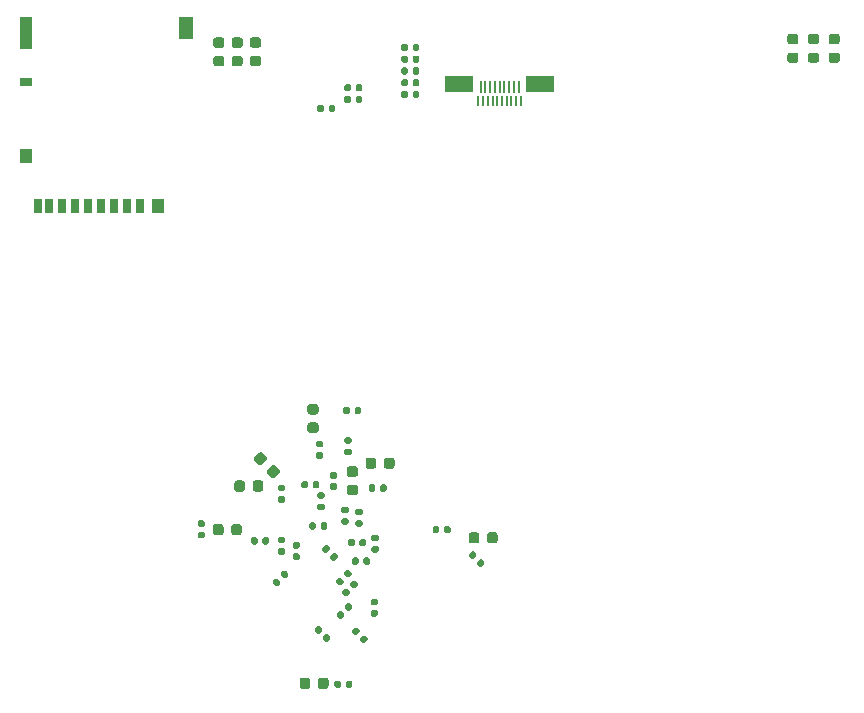
<source format=gbr>
%TF.GenerationSoftware,KiCad,Pcbnew,5.1.10-88a1d61d58~89~ubuntu20.04.1*%
%TF.CreationDate,2021-07-13T22:21:08+02:00*%
%TF.ProjectId,max80,6d617838-302e-46b6-9963-61645f706362,0.01*%
%TF.SameCoordinates,Original*%
%TF.FileFunction,Paste,Bot*%
%TF.FilePolarity,Positive*%
%FSLAX46Y46*%
G04 Gerber Fmt 4.6, Leading zero omitted, Abs format (unit mm)*
G04 Created by KiCad (PCBNEW 5.1.10-88a1d61d58~89~ubuntu20.04.1) date 2021-07-13 22:21:08*
%MOMM*%
%LPD*%
G01*
G04 APERTURE LIST*
%ADD10R,0.230000X1.000000*%
%ADD11R,0.230000X0.850000*%
%ADD12R,2.400000X1.380000*%
%ADD13R,1.300000X1.900000*%
%ADD14R,1.000000X2.800000*%
%ADD15R,1.000000X0.800000*%
%ADD16R,1.000000X1.200000*%
%ADD17R,0.700000X1.200000*%
G04 APERTURE END LIST*
D10*
%TO.C,J5*%
X149995000Y-46940000D03*
X150395000Y-46940000D03*
X150795000Y-46940000D03*
X151195000Y-46940000D03*
X151595000Y-46940000D03*
X151995000Y-46940000D03*
X152395000Y-46940000D03*
X152795000Y-46940000D03*
X153195000Y-46940000D03*
D11*
X149795000Y-48165000D03*
X150195000Y-48165000D03*
X150595000Y-48165000D03*
X150995000Y-48165000D03*
X151395000Y-48165000D03*
X151795000Y-48165000D03*
X152195000Y-48165000D03*
X152595000Y-48165000D03*
X152995000Y-48165000D03*
X153395000Y-48165000D03*
D12*
X155045000Y-46750000D03*
X148145000Y-46750000D03*
%TD*%
%TO.C,C44*%
G36*
G01*
X141795000Y-79070000D02*
X141795000Y-78570000D01*
G75*
G02*
X142020000Y-78345000I225000J0D01*
G01*
X142470000Y-78345000D01*
G75*
G02*
X142695000Y-78570000I0J-225000D01*
G01*
X142695000Y-79070000D01*
G75*
G02*
X142470000Y-79295000I-225000J0D01*
G01*
X142020000Y-79295000D01*
G75*
G02*
X141795000Y-79070000I0J225000D01*
G01*
G37*
G36*
G01*
X140245000Y-79070000D02*
X140245000Y-78570000D01*
G75*
G02*
X140470000Y-78345000I225000J0D01*
G01*
X140920000Y-78345000D01*
G75*
G02*
X141145000Y-78570000I0J-225000D01*
G01*
X141145000Y-79070000D01*
G75*
G02*
X140920000Y-79295000I-225000J0D01*
G01*
X140470000Y-79295000D01*
G75*
G02*
X140245000Y-79070000I0J225000D01*
G01*
G37*
%TD*%
D13*
%TO.C,J3*%
X125035000Y-41965000D03*
D14*
X111535000Y-42415000D03*
D15*
X111535000Y-46565000D03*
D16*
X111535000Y-52765000D03*
X122685000Y-57065000D03*
D17*
X114535000Y-57065000D03*
X115635000Y-57065000D03*
X116735000Y-57065000D03*
X117835000Y-57065000D03*
X118935000Y-57065000D03*
X120035000Y-57065000D03*
X121135000Y-57065000D03*
X113435000Y-57065000D03*
X112485000Y-57065000D03*
%TD*%
%TO.C,C82*%
G36*
G01*
X139010000Y-46860000D02*
X139010000Y-47200000D01*
G75*
G02*
X138870000Y-47340000I-140000J0D01*
G01*
X138590000Y-47340000D01*
G75*
G02*
X138450000Y-47200000I0J140000D01*
G01*
X138450000Y-46860000D01*
G75*
G02*
X138590000Y-46720000I140000J0D01*
G01*
X138870000Y-46720000D01*
G75*
G02*
X139010000Y-46860000I0J-140000D01*
G01*
G37*
G36*
G01*
X139970000Y-46860000D02*
X139970000Y-47200000D01*
G75*
G02*
X139830000Y-47340000I-140000J0D01*
G01*
X139550000Y-47340000D01*
G75*
G02*
X139410000Y-47200000I0J140000D01*
G01*
X139410000Y-46860000D01*
G75*
G02*
X139550000Y-46720000I140000J0D01*
G01*
X139830000Y-46720000D01*
G75*
G02*
X139970000Y-46860000I0J-140000D01*
G01*
G37*
%TD*%
%TO.C,C81*%
G36*
G01*
X136710000Y-48610000D02*
X136710000Y-48950000D01*
G75*
G02*
X136570000Y-49090000I-140000J0D01*
G01*
X136290000Y-49090000D01*
G75*
G02*
X136150000Y-48950000I0J140000D01*
G01*
X136150000Y-48610000D01*
G75*
G02*
X136290000Y-48470000I140000J0D01*
G01*
X136570000Y-48470000D01*
G75*
G02*
X136710000Y-48610000I0J-140000D01*
G01*
G37*
G36*
G01*
X137670000Y-48610000D02*
X137670000Y-48950000D01*
G75*
G02*
X137530000Y-49090000I-140000J0D01*
G01*
X137250000Y-49090000D01*
G75*
G02*
X137110000Y-48950000I0J140000D01*
G01*
X137110000Y-48610000D01*
G75*
G02*
X137250000Y-48470000I140000J0D01*
G01*
X137530000Y-48470000D01*
G75*
G02*
X137670000Y-48610000I0J-140000D01*
G01*
G37*
%TD*%
%TO.C,C80*%
G36*
G01*
X139010000Y-47840000D02*
X139010000Y-48180000D01*
G75*
G02*
X138870000Y-48320000I-140000J0D01*
G01*
X138590000Y-48320000D01*
G75*
G02*
X138450000Y-48180000I0J140000D01*
G01*
X138450000Y-47840000D01*
G75*
G02*
X138590000Y-47700000I140000J0D01*
G01*
X138870000Y-47700000D01*
G75*
G02*
X139010000Y-47840000I0J-140000D01*
G01*
G37*
G36*
G01*
X139970000Y-47840000D02*
X139970000Y-48180000D01*
G75*
G02*
X139830000Y-48320000I-140000J0D01*
G01*
X139550000Y-48320000D01*
G75*
G02*
X139410000Y-48180000I0J140000D01*
G01*
X139410000Y-47840000D01*
G75*
G02*
X139550000Y-47700000I140000J0D01*
G01*
X139830000Y-47700000D01*
G75*
G02*
X139970000Y-47840000I0J-140000D01*
G01*
G37*
%TD*%
%TO.C,C79*%
G36*
G01*
X143830000Y-44440000D02*
X143830000Y-44780000D01*
G75*
G02*
X143690000Y-44920000I-140000J0D01*
G01*
X143410000Y-44920000D01*
G75*
G02*
X143270000Y-44780000I0J140000D01*
G01*
X143270000Y-44440000D01*
G75*
G02*
X143410000Y-44300000I140000J0D01*
G01*
X143690000Y-44300000D01*
G75*
G02*
X143830000Y-44440000I0J-140000D01*
G01*
G37*
G36*
G01*
X144790000Y-44440000D02*
X144790000Y-44780000D01*
G75*
G02*
X144650000Y-44920000I-140000J0D01*
G01*
X144370000Y-44920000D01*
G75*
G02*
X144230000Y-44780000I0J140000D01*
G01*
X144230000Y-44440000D01*
G75*
G02*
X144370000Y-44300000I140000J0D01*
G01*
X144650000Y-44300000D01*
G75*
G02*
X144790000Y-44440000I0J-140000D01*
G01*
G37*
%TD*%
%TO.C,C78*%
G36*
G01*
X143830000Y-43440000D02*
X143830000Y-43780000D01*
G75*
G02*
X143690000Y-43920000I-140000J0D01*
G01*
X143410000Y-43920000D01*
G75*
G02*
X143270000Y-43780000I0J140000D01*
G01*
X143270000Y-43440000D01*
G75*
G02*
X143410000Y-43300000I140000J0D01*
G01*
X143690000Y-43300000D01*
G75*
G02*
X143830000Y-43440000I0J-140000D01*
G01*
G37*
G36*
G01*
X144790000Y-43440000D02*
X144790000Y-43780000D01*
G75*
G02*
X144650000Y-43920000I-140000J0D01*
G01*
X144370000Y-43920000D01*
G75*
G02*
X144230000Y-43780000I0J140000D01*
G01*
X144230000Y-43440000D01*
G75*
G02*
X144370000Y-43300000I140000J0D01*
G01*
X144650000Y-43300000D01*
G75*
G02*
X144790000Y-43440000I0J-140000D01*
G01*
G37*
%TD*%
%TO.C,C77*%
G36*
G01*
X143830000Y-45440000D02*
X143830000Y-45780000D01*
G75*
G02*
X143690000Y-45920000I-140000J0D01*
G01*
X143410000Y-45920000D01*
G75*
G02*
X143270000Y-45780000I0J140000D01*
G01*
X143270000Y-45440000D01*
G75*
G02*
X143410000Y-45300000I140000J0D01*
G01*
X143690000Y-45300000D01*
G75*
G02*
X143830000Y-45440000I0J-140000D01*
G01*
G37*
G36*
G01*
X144790000Y-45440000D02*
X144790000Y-45780000D01*
G75*
G02*
X144650000Y-45920000I-140000J0D01*
G01*
X144370000Y-45920000D01*
G75*
G02*
X144230000Y-45780000I0J140000D01*
G01*
X144230000Y-45440000D01*
G75*
G02*
X144370000Y-45300000I140000J0D01*
G01*
X144650000Y-45300000D01*
G75*
G02*
X144790000Y-45440000I0J-140000D01*
G01*
G37*
%TD*%
%TO.C,C76*%
G36*
G01*
X143830000Y-46430000D02*
X143830000Y-46770000D01*
G75*
G02*
X143690000Y-46910000I-140000J0D01*
G01*
X143410000Y-46910000D01*
G75*
G02*
X143270000Y-46770000I0J140000D01*
G01*
X143270000Y-46430000D01*
G75*
G02*
X143410000Y-46290000I140000J0D01*
G01*
X143690000Y-46290000D01*
G75*
G02*
X143830000Y-46430000I0J-140000D01*
G01*
G37*
G36*
G01*
X144790000Y-46430000D02*
X144790000Y-46770000D01*
G75*
G02*
X144650000Y-46910000I-140000J0D01*
G01*
X144370000Y-46910000D01*
G75*
G02*
X144230000Y-46770000I0J140000D01*
G01*
X144230000Y-46430000D01*
G75*
G02*
X144370000Y-46290000I140000J0D01*
G01*
X144650000Y-46290000D01*
G75*
G02*
X144790000Y-46430000I0J-140000D01*
G01*
G37*
%TD*%
%TO.C,C75*%
G36*
G01*
X143830000Y-47430000D02*
X143830000Y-47770000D01*
G75*
G02*
X143690000Y-47910000I-140000J0D01*
G01*
X143410000Y-47910000D01*
G75*
G02*
X143270000Y-47770000I0J140000D01*
G01*
X143270000Y-47430000D01*
G75*
G02*
X143410000Y-47290000I140000J0D01*
G01*
X143690000Y-47290000D01*
G75*
G02*
X143830000Y-47430000I0J-140000D01*
G01*
G37*
G36*
G01*
X144790000Y-47430000D02*
X144790000Y-47770000D01*
G75*
G02*
X144650000Y-47910000I-140000J0D01*
G01*
X144370000Y-47910000D01*
G75*
G02*
X144230000Y-47770000I0J140000D01*
G01*
X144230000Y-47430000D01*
G75*
G02*
X144370000Y-47290000I140000J0D01*
G01*
X144650000Y-47290000D01*
G75*
G02*
X144790000Y-47430000I0J-140000D01*
G01*
G37*
%TD*%
%TO.C,C62*%
G36*
G01*
X131836967Y-78573413D02*
X131483413Y-78926967D01*
G75*
G02*
X131165215Y-78926967I-159099J159099D01*
G01*
X130847017Y-78608769D01*
G75*
G02*
X130847017Y-78290571I159099J159099D01*
G01*
X131200571Y-77937017D01*
G75*
G02*
X131518769Y-77937017I159099J-159099D01*
G01*
X131836967Y-78255215D01*
G75*
G02*
X131836967Y-78573413I-159099J-159099D01*
G01*
G37*
G36*
G01*
X132932983Y-79669429D02*
X132579429Y-80022983D01*
G75*
G02*
X132261231Y-80022983I-159099J159099D01*
G01*
X131943033Y-79704785D01*
G75*
G02*
X131943033Y-79386587I159099J159099D01*
G01*
X132296587Y-79033033D01*
G75*
G02*
X132614785Y-79033033I159099J-159099D01*
G01*
X132932983Y-79351231D01*
G75*
G02*
X132932983Y-79669429I-159099J-159099D01*
G01*
G37*
%TD*%
%TO.C,C69*%
G36*
G01*
X135555000Y-97200000D02*
X135555000Y-97700000D01*
G75*
G02*
X135330000Y-97925000I-225000J0D01*
G01*
X134880000Y-97925000D01*
G75*
G02*
X134655000Y-97700000I0J225000D01*
G01*
X134655000Y-97200000D01*
G75*
G02*
X134880000Y-96975000I225000J0D01*
G01*
X135330000Y-96975000D01*
G75*
G02*
X135555000Y-97200000I0J-225000D01*
G01*
G37*
G36*
G01*
X137105000Y-97200000D02*
X137105000Y-97700000D01*
G75*
G02*
X136880000Y-97925000I-225000J0D01*
G01*
X136430000Y-97925000D01*
G75*
G02*
X136205000Y-97700000I0J225000D01*
G01*
X136205000Y-97200000D01*
G75*
G02*
X136430000Y-96975000I225000J0D01*
G01*
X136880000Y-96975000D01*
G75*
G02*
X137105000Y-97200000I0J-225000D01*
G01*
G37*
%TD*%
%TO.C,C68*%
G36*
G01*
X128215000Y-84190000D02*
X128215000Y-84690000D01*
G75*
G02*
X127990000Y-84915000I-225000J0D01*
G01*
X127540000Y-84915000D01*
G75*
G02*
X127315000Y-84690000I0J225000D01*
G01*
X127315000Y-84190000D01*
G75*
G02*
X127540000Y-83965000I225000J0D01*
G01*
X127990000Y-83965000D01*
G75*
G02*
X128215000Y-84190000I0J-225000D01*
G01*
G37*
G36*
G01*
X129765000Y-84190000D02*
X129765000Y-84690000D01*
G75*
G02*
X129540000Y-84915000I-225000J0D01*
G01*
X129090000Y-84915000D01*
G75*
G02*
X128865000Y-84690000I0J225000D01*
G01*
X128865000Y-84190000D01*
G75*
G02*
X129090000Y-83965000I225000J0D01*
G01*
X129540000Y-83965000D01*
G75*
G02*
X129765000Y-84190000I0J-225000D01*
G01*
G37*
%TD*%
%TO.C,C59*%
G36*
G01*
X136040000Y-74705000D02*
X135540000Y-74705000D01*
G75*
G02*
X135315000Y-74480000I0J225000D01*
G01*
X135315000Y-74030000D01*
G75*
G02*
X135540000Y-73805000I225000J0D01*
G01*
X136040000Y-73805000D01*
G75*
G02*
X136265000Y-74030000I0J-225000D01*
G01*
X136265000Y-74480000D01*
G75*
G02*
X136040000Y-74705000I-225000J0D01*
G01*
G37*
G36*
G01*
X136040000Y-76255000D02*
X135540000Y-76255000D01*
G75*
G02*
X135315000Y-76030000I0J225000D01*
G01*
X135315000Y-75580000D01*
G75*
G02*
X135540000Y-75355000I225000J0D01*
G01*
X136040000Y-75355000D01*
G75*
G02*
X136265000Y-75580000I0J-225000D01*
G01*
X136265000Y-76030000D01*
G75*
G02*
X136040000Y-76255000I-225000J0D01*
G01*
G37*
%TD*%
%TO.C,C50*%
G36*
G01*
X139380000Y-79975000D02*
X138880000Y-79975000D01*
G75*
G02*
X138655000Y-79750000I0J225000D01*
G01*
X138655000Y-79300000D01*
G75*
G02*
X138880000Y-79075000I225000J0D01*
G01*
X139380000Y-79075000D01*
G75*
G02*
X139605000Y-79300000I0J-225000D01*
G01*
X139605000Y-79750000D01*
G75*
G02*
X139380000Y-79975000I-225000J0D01*
G01*
G37*
G36*
G01*
X139380000Y-81525000D02*
X138880000Y-81525000D01*
G75*
G02*
X138655000Y-81300000I0J225000D01*
G01*
X138655000Y-80850000D01*
G75*
G02*
X138880000Y-80625000I225000J0D01*
G01*
X139380000Y-80625000D01*
G75*
G02*
X139605000Y-80850000I0J-225000D01*
G01*
X139605000Y-81300000D01*
G75*
G02*
X139380000Y-81525000I-225000J0D01*
G01*
G37*
%TD*%
%TO.C,C25*%
G36*
G01*
X150525000Y-85380000D02*
X150525000Y-84880000D01*
G75*
G02*
X150750000Y-84655000I225000J0D01*
G01*
X151200000Y-84655000D01*
G75*
G02*
X151425000Y-84880000I0J-225000D01*
G01*
X151425000Y-85380000D01*
G75*
G02*
X151200000Y-85605000I-225000J0D01*
G01*
X150750000Y-85605000D01*
G75*
G02*
X150525000Y-85380000I0J225000D01*
G01*
G37*
G36*
G01*
X148975000Y-85380000D02*
X148975000Y-84880000D01*
G75*
G02*
X149200000Y-84655000I225000J0D01*
G01*
X149650000Y-84655000D01*
G75*
G02*
X149875000Y-84880000I0J-225000D01*
G01*
X149875000Y-85380000D01*
G75*
G02*
X149650000Y-85605000I-225000J0D01*
G01*
X149200000Y-85605000D01*
G75*
G02*
X148975000Y-85380000I0J225000D01*
G01*
G37*
%TD*%
%TO.C,C16*%
G36*
G01*
X130025000Y-80500000D02*
X130025000Y-81000000D01*
G75*
G02*
X129800000Y-81225000I-225000J0D01*
G01*
X129350000Y-81225000D01*
G75*
G02*
X129125000Y-81000000I0J225000D01*
G01*
X129125000Y-80500000D01*
G75*
G02*
X129350000Y-80275000I225000J0D01*
G01*
X129800000Y-80275000D01*
G75*
G02*
X130025000Y-80500000I0J-225000D01*
G01*
G37*
G36*
G01*
X131575000Y-80500000D02*
X131575000Y-81000000D01*
G75*
G02*
X131350000Y-81225000I-225000J0D01*
G01*
X130900000Y-81225000D01*
G75*
G02*
X130675000Y-81000000I0J225000D01*
G01*
X130675000Y-80500000D01*
G75*
G02*
X130900000Y-80275000I225000J0D01*
G01*
X131350000Y-80275000D01*
G75*
G02*
X131575000Y-80500000I0J-225000D01*
G01*
G37*
%TD*%
%TO.C,C28*%
G36*
G01*
X138207782Y-91361802D02*
X138448198Y-91602218D01*
G75*
G02*
X138448198Y-91800208I-98995J-98995D01*
G01*
X138250208Y-91998198D01*
G75*
G02*
X138052218Y-91998198I-98995J98995D01*
G01*
X137811802Y-91757782D01*
G75*
G02*
X137811802Y-91559792I98995J98995D01*
G01*
X138009792Y-91361802D01*
G75*
G02*
X138207782Y-91361802I98995J-98995D01*
G01*
G37*
G36*
G01*
X138886604Y-90682980D02*
X139127020Y-90923396D01*
G75*
G02*
X139127020Y-91121386I-98995J-98995D01*
G01*
X138929030Y-91319376D01*
G75*
G02*
X138731040Y-91319376I-98995J98995D01*
G01*
X138490624Y-91078960D01*
G75*
G02*
X138490624Y-90880970I98995J98995D01*
G01*
X138688614Y-90682980D01*
G75*
G02*
X138886604Y-90682980I98995J-98995D01*
G01*
G37*
%TD*%
%TO.C,C43*%
G36*
G01*
X133290000Y-85600000D02*
X132950000Y-85600000D01*
G75*
G02*
X132810000Y-85460000I0J140000D01*
G01*
X132810000Y-85180000D01*
G75*
G02*
X132950000Y-85040000I140000J0D01*
G01*
X133290000Y-85040000D01*
G75*
G02*
X133430000Y-85180000I0J-140000D01*
G01*
X133430000Y-85460000D01*
G75*
G02*
X133290000Y-85600000I-140000J0D01*
G01*
G37*
G36*
G01*
X133290000Y-86560000D02*
X132950000Y-86560000D01*
G75*
G02*
X132810000Y-86420000I0J140000D01*
G01*
X132810000Y-86140000D01*
G75*
G02*
X132950000Y-86000000I140000J0D01*
G01*
X133290000Y-86000000D01*
G75*
G02*
X133430000Y-86140000I0J-140000D01*
G01*
X133430000Y-86420000D01*
G75*
G02*
X133290000Y-86560000I-140000J0D01*
G01*
G37*
%TD*%
%TO.C,C42*%
G36*
G01*
X141220000Y-85430000D02*
X140880000Y-85430000D01*
G75*
G02*
X140740000Y-85290000I0J140000D01*
G01*
X140740000Y-85010000D01*
G75*
G02*
X140880000Y-84870000I140000J0D01*
G01*
X141220000Y-84870000D01*
G75*
G02*
X141360000Y-85010000I0J-140000D01*
G01*
X141360000Y-85290000D01*
G75*
G02*
X141220000Y-85430000I-140000J0D01*
G01*
G37*
G36*
G01*
X141220000Y-86390000D02*
X140880000Y-86390000D01*
G75*
G02*
X140740000Y-86250000I0J140000D01*
G01*
X140740000Y-85970000D01*
G75*
G02*
X140880000Y-85830000I140000J0D01*
G01*
X141220000Y-85830000D01*
G75*
G02*
X141360000Y-85970000I0J-140000D01*
G01*
X141360000Y-86250000D01*
G75*
G02*
X141220000Y-86390000I-140000J0D01*
G01*
G37*
%TD*%
%TO.C,C41*%
G36*
G01*
X139191629Y-89388787D02*
X138951213Y-89148371D01*
G75*
G02*
X138951213Y-88950381I98995J98995D01*
G01*
X139149203Y-88752391D01*
G75*
G02*
X139347193Y-88752391I98995J-98995D01*
G01*
X139587609Y-88992807D01*
G75*
G02*
X139587609Y-89190797I-98995J-98995D01*
G01*
X139389619Y-89388787D01*
G75*
G02*
X139191629Y-89388787I-98995J98995D01*
G01*
G37*
G36*
G01*
X138512807Y-90067609D02*
X138272391Y-89827193D01*
G75*
G02*
X138272391Y-89629203I98995J98995D01*
G01*
X138470381Y-89431213D01*
G75*
G02*
X138668371Y-89431213I98995J-98995D01*
G01*
X138908787Y-89671629D01*
G75*
G02*
X138908787Y-89869619I-98995J-98995D01*
G01*
X138710797Y-90067609D01*
G75*
G02*
X138512807Y-90067609I-98995J98995D01*
G01*
G37*
%TD*%
%TO.C,C32*%
G36*
G01*
X137690000Y-80120000D02*
X137350000Y-80120000D01*
G75*
G02*
X137210000Y-79980000I0J140000D01*
G01*
X137210000Y-79700000D01*
G75*
G02*
X137350000Y-79560000I140000J0D01*
G01*
X137690000Y-79560000D01*
G75*
G02*
X137830000Y-79700000I0J-140000D01*
G01*
X137830000Y-79980000D01*
G75*
G02*
X137690000Y-80120000I-140000J0D01*
G01*
G37*
G36*
G01*
X137690000Y-81080000D02*
X137350000Y-81080000D01*
G75*
G02*
X137210000Y-80940000I0J140000D01*
G01*
X137210000Y-80660000D01*
G75*
G02*
X137350000Y-80520000I140000J0D01*
G01*
X137690000Y-80520000D01*
G75*
G02*
X137830000Y-80660000I0J-140000D01*
G01*
X137830000Y-80940000D01*
G75*
G02*
X137690000Y-81080000I-140000J0D01*
G01*
G37*
%TD*%
%TO.C,C31*%
G36*
G01*
X141150000Y-90850000D02*
X140810000Y-90850000D01*
G75*
G02*
X140670000Y-90710000I0J140000D01*
G01*
X140670000Y-90430000D01*
G75*
G02*
X140810000Y-90290000I140000J0D01*
G01*
X141150000Y-90290000D01*
G75*
G02*
X141290000Y-90430000I0J-140000D01*
G01*
X141290000Y-90710000D01*
G75*
G02*
X141150000Y-90850000I-140000J0D01*
G01*
G37*
G36*
G01*
X141150000Y-91810000D02*
X140810000Y-91810000D01*
G75*
G02*
X140670000Y-91670000I0J140000D01*
G01*
X140670000Y-91390000D01*
G75*
G02*
X140810000Y-91250000I140000J0D01*
G01*
X141150000Y-91250000D01*
G75*
G02*
X141290000Y-91390000I0J-140000D01*
G01*
X141290000Y-91670000D01*
G75*
G02*
X141150000Y-91810000I-140000J0D01*
G01*
G37*
%TD*%
%TO.C,C30*%
G36*
G01*
X138570000Y-97710000D02*
X138570000Y-97370000D01*
G75*
G02*
X138710000Y-97230000I140000J0D01*
G01*
X138990000Y-97230000D01*
G75*
G02*
X139130000Y-97370000I0J-140000D01*
G01*
X139130000Y-97710000D01*
G75*
G02*
X138990000Y-97850000I-140000J0D01*
G01*
X138710000Y-97850000D01*
G75*
G02*
X138570000Y-97710000I0J140000D01*
G01*
G37*
G36*
G01*
X137610000Y-97710000D02*
X137610000Y-97370000D01*
G75*
G02*
X137750000Y-97230000I140000J0D01*
G01*
X138030000Y-97230000D01*
G75*
G02*
X138170000Y-97370000I0J-140000D01*
G01*
X138170000Y-97710000D01*
G75*
G02*
X138030000Y-97850000I-140000J0D01*
G01*
X137750000Y-97850000D01*
G75*
G02*
X137610000Y-97710000I0J140000D01*
G01*
G37*
%TD*%
%TO.C,C29*%
G36*
G01*
X139787487Y-93647903D02*
X140027903Y-93407487D01*
G75*
G02*
X140225893Y-93407487I98995J-98995D01*
G01*
X140423883Y-93605477D01*
G75*
G02*
X140423883Y-93803467I-98995J-98995D01*
G01*
X140183467Y-94043883D01*
G75*
G02*
X139985477Y-94043883I-98995J98995D01*
G01*
X139787487Y-93845893D01*
G75*
G02*
X139787487Y-93647903I98995J98995D01*
G01*
G37*
G36*
G01*
X139108665Y-92969081D02*
X139349081Y-92728665D01*
G75*
G02*
X139547071Y-92728665I98995J-98995D01*
G01*
X139745061Y-92926655D01*
G75*
G02*
X139745061Y-93124645I-98995J-98995D01*
G01*
X139504645Y-93365061D01*
G75*
G02*
X139306655Y-93365061I-98995J98995D01*
G01*
X139108665Y-93167071D01*
G75*
G02*
X139108665Y-92969081I98995J98995D01*
G01*
G37*
%TD*%
%TO.C,C27*%
G36*
G01*
X133317903Y-88542513D02*
X133077487Y-88302097D01*
G75*
G02*
X133077487Y-88104107I98995J98995D01*
G01*
X133275477Y-87906117D01*
G75*
G02*
X133473467Y-87906117I98995J-98995D01*
G01*
X133713883Y-88146533D01*
G75*
G02*
X133713883Y-88344523I-98995J-98995D01*
G01*
X133515893Y-88542513D01*
G75*
G02*
X133317903Y-88542513I-98995J98995D01*
G01*
G37*
G36*
G01*
X132639081Y-89221335D02*
X132398665Y-88980919D01*
G75*
G02*
X132398665Y-88782929I98995J98995D01*
G01*
X132596655Y-88584939D01*
G75*
G02*
X132794645Y-88584939I98995J-98995D01*
G01*
X133035061Y-88825355D01*
G75*
G02*
X133035061Y-89023345I-98995J-98995D01*
G01*
X132837071Y-89221335D01*
G75*
G02*
X132639081Y-89221335I-98995J98995D01*
G01*
G37*
%TD*%
%TO.C,C26*%
G36*
G01*
X136568787Y-93028371D02*
X136328371Y-93268787D01*
G75*
G02*
X136130381Y-93268787I-98995J98995D01*
G01*
X135932391Y-93070797D01*
G75*
G02*
X135932391Y-92872807I98995J98995D01*
G01*
X136172807Y-92632391D01*
G75*
G02*
X136370797Y-92632391I98995J-98995D01*
G01*
X136568787Y-92830381D01*
G75*
G02*
X136568787Y-93028371I-98995J-98995D01*
G01*
G37*
G36*
G01*
X137247609Y-93707193D02*
X137007193Y-93947609D01*
G75*
G02*
X136809203Y-93947609I-98995J98995D01*
G01*
X136611213Y-93749619D01*
G75*
G02*
X136611213Y-93551629I98995J98995D01*
G01*
X136851629Y-93311213D01*
G75*
G02*
X137049619Y-93311213I98995J-98995D01*
G01*
X137247609Y-93509203D01*
G75*
G02*
X137247609Y-93707193I-98995J-98995D01*
G01*
G37*
%TD*%
%TO.C,C24*%
G36*
G01*
X146880000Y-84610000D02*
X146880000Y-84270000D01*
G75*
G02*
X147020000Y-84130000I140000J0D01*
G01*
X147300000Y-84130000D01*
G75*
G02*
X147440000Y-84270000I0J-140000D01*
G01*
X147440000Y-84610000D01*
G75*
G02*
X147300000Y-84750000I-140000J0D01*
G01*
X147020000Y-84750000D01*
G75*
G02*
X146880000Y-84610000I0J140000D01*
G01*
G37*
G36*
G01*
X145920000Y-84610000D02*
X145920000Y-84270000D01*
G75*
G02*
X146060000Y-84130000I140000J0D01*
G01*
X146340000Y-84130000D01*
G75*
G02*
X146480000Y-84270000I0J-140000D01*
G01*
X146480000Y-84610000D01*
G75*
G02*
X146340000Y-84750000I-140000J0D01*
G01*
X146060000Y-84750000D01*
G75*
G02*
X145920000Y-84610000I0J140000D01*
G01*
G37*
%TD*%
%TO.C,C23*%
G36*
G01*
X134210000Y-86450000D02*
X134550000Y-86450000D01*
G75*
G02*
X134690000Y-86590000I0J-140000D01*
G01*
X134690000Y-86870000D01*
G75*
G02*
X134550000Y-87010000I-140000J0D01*
G01*
X134210000Y-87010000D01*
G75*
G02*
X134070000Y-86870000I0J140000D01*
G01*
X134070000Y-86590000D01*
G75*
G02*
X134210000Y-86450000I140000J0D01*
G01*
G37*
G36*
G01*
X134210000Y-85490000D02*
X134550000Y-85490000D01*
G75*
G02*
X134690000Y-85630000I0J-140000D01*
G01*
X134690000Y-85910000D01*
G75*
G02*
X134550000Y-86050000I-140000J0D01*
G01*
X134210000Y-86050000D01*
G75*
G02*
X134070000Y-85910000I0J140000D01*
G01*
X134070000Y-85630000D01*
G75*
G02*
X134210000Y-85490000I140000J0D01*
G01*
G37*
%TD*%
%TO.C,C22*%
G36*
G01*
X141070000Y-80750000D02*
X141070000Y-81090000D01*
G75*
G02*
X140930000Y-81230000I-140000J0D01*
G01*
X140650000Y-81230000D01*
G75*
G02*
X140510000Y-81090000I0J140000D01*
G01*
X140510000Y-80750000D01*
G75*
G02*
X140650000Y-80610000I140000J0D01*
G01*
X140930000Y-80610000D01*
G75*
G02*
X141070000Y-80750000I0J-140000D01*
G01*
G37*
G36*
G01*
X142030000Y-80750000D02*
X142030000Y-81090000D01*
G75*
G02*
X141890000Y-81230000I-140000J0D01*
G01*
X141610000Y-81230000D01*
G75*
G02*
X141470000Y-81090000I0J140000D01*
G01*
X141470000Y-80750000D01*
G75*
G02*
X141610000Y-80610000I140000J0D01*
G01*
X141890000Y-80610000D01*
G75*
G02*
X142030000Y-80750000I0J-140000D01*
G01*
G37*
%TD*%
%TO.C,C21*%
G36*
G01*
X149651213Y-87181629D02*
X149891629Y-86941213D01*
G75*
G02*
X150089619Y-86941213I98995J-98995D01*
G01*
X150287609Y-87139203D01*
G75*
G02*
X150287609Y-87337193I-98995J-98995D01*
G01*
X150047193Y-87577609D01*
G75*
G02*
X149849203Y-87577609I-98995J98995D01*
G01*
X149651213Y-87379619D01*
G75*
G02*
X149651213Y-87181629I98995J98995D01*
G01*
G37*
G36*
G01*
X148972391Y-86502807D02*
X149212807Y-86262391D01*
G75*
G02*
X149410797Y-86262391I98995J-98995D01*
G01*
X149608787Y-86460381D01*
G75*
G02*
X149608787Y-86658371I-98995J-98995D01*
G01*
X149368371Y-86898787D01*
G75*
G02*
X149170381Y-86898787I-98995J98995D01*
G01*
X148972391Y-86700797D01*
G75*
G02*
X148972391Y-86502807I98995J98995D01*
G01*
G37*
%TD*%
%TO.C,C20*%
G36*
G01*
X138671629Y-88488787D02*
X138431213Y-88248371D01*
G75*
G02*
X138431213Y-88050381I98995J98995D01*
G01*
X138629203Y-87852391D01*
G75*
G02*
X138827193Y-87852391I98995J-98995D01*
G01*
X139067609Y-88092807D01*
G75*
G02*
X139067609Y-88290797I-98995J-98995D01*
G01*
X138869619Y-88488787D01*
G75*
G02*
X138671629Y-88488787I-98995J98995D01*
G01*
G37*
G36*
G01*
X137992807Y-89167609D02*
X137752391Y-88927193D01*
G75*
G02*
X137752391Y-88729203I98995J98995D01*
G01*
X137950381Y-88531213D01*
G75*
G02*
X138148371Y-88531213I98995J-98995D01*
G01*
X138388787Y-88771629D01*
G75*
G02*
X138388787Y-88969619I-98995J-98995D01*
G01*
X138190797Y-89167609D01*
G75*
G02*
X137992807Y-89167609I-98995J98995D01*
G01*
G37*
%TD*%
%TO.C,C19*%
G36*
G01*
X136430000Y-84290000D02*
X136430000Y-83950000D01*
G75*
G02*
X136570000Y-83810000I140000J0D01*
G01*
X136850000Y-83810000D01*
G75*
G02*
X136990000Y-83950000I0J-140000D01*
G01*
X136990000Y-84290000D01*
G75*
G02*
X136850000Y-84430000I-140000J0D01*
G01*
X136570000Y-84430000D01*
G75*
G02*
X136430000Y-84290000I0J140000D01*
G01*
G37*
G36*
G01*
X135470000Y-84290000D02*
X135470000Y-83950000D01*
G75*
G02*
X135610000Y-83810000I140000J0D01*
G01*
X135890000Y-83810000D01*
G75*
G02*
X136030000Y-83950000I0J-140000D01*
G01*
X136030000Y-84290000D01*
G75*
G02*
X135890000Y-84430000I-140000J0D01*
G01*
X135610000Y-84430000D01*
G75*
G02*
X135470000Y-84290000I0J140000D01*
G01*
G37*
%TD*%
%TO.C,C18*%
G36*
G01*
X137251213Y-86671629D02*
X137491629Y-86431213D01*
G75*
G02*
X137689619Y-86431213I98995J-98995D01*
G01*
X137887609Y-86629203D01*
G75*
G02*
X137887609Y-86827193I-98995J-98995D01*
G01*
X137647193Y-87067609D01*
G75*
G02*
X137449203Y-87067609I-98995J98995D01*
G01*
X137251213Y-86869619D01*
G75*
G02*
X137251213Y-86671629I98995J98995D01*
G01*
G37*
G36*
G01*
X136572391Y-85992807D02*
X136812807Y-85752391D01*
G75*
G02*
X137010797Y-85752391I98995J-98995D01*
G01*
X137208787Y-85950381D01*
G75*
G02*
X137208787Y-86148371I-98995J-98995D01*
G01*
X136968371Y-86388787D01*
G75*
G02*
X136770381Y-86388787I-98995J98995D01*
G01*
X136572391Y-86190797D01*
G75*
G02*
X136572391Y-85992807I98995J98995D01*
G01*
G37*
%TD*%
%TO.C,C17*%
G36*
G01*
X139320000Y-85370000D02*
X139320000Y-85710000D01*
G75*
G02*
X139180000Y-85850000I-140000J0D01*
G01*
X138900000Y-85850000D01*
G75*
G02*
X138760000Y-85710000I0J140000D01*
G01*
X138760000Y-85370000D01*
G75*
G02*
X138900000Y-85230000I140000J0D01*
G01*
X139180000Y-85230000D01*
G75*
G02*
X139320000Y-85370000I0J-140000D01*
G01*
G37*
G36*
G01*
X140280000Y-85370000D02*
X140280000Y-85710000D01*
G75*
G02*
X140140000Y-85850000I-140000J0D01*
G01*
X139860000Y-85850000D01*
G75*
G02*
X139720000Y-85710000I0J140000D01*
G01*
X139720000Y-85370000D01*
G75*
G02*
X139860000Y-85230000I140000J0D01*
G01*
X140140000Y-85230000D01*
G75*
G02*
X140280000Y-85370000I0J-140000D01*
G01*
G37*
%TD*%
%TO.C,C15*%
G36*
G01*
X135760000Y-80810000D02*
X135760000Y-80470000D01*
G75*
G02*
X135900000Y-80330000I140000J0D01*
G01*
X136180000Y-80330000D01*
G75*
G02*
X136320000Y-80470000I0J-140000D01*
G01*
X136320000Y-80810000D01*
G75*
G02*
X136180000Y-80950000I-140000J0D01*
G01*
X135900000Y-80950000D01*
G75*
G02*
X135760000Y-80810000I0J140000D01*
G01*
G37*
G36*
G01*
X134800000Y-80810000D02*
X134800000Y-80470000D01*
G75*
G02*
X134940000Y-80330000I140000J0D01*
G01*
X135220000Y-80330000D01*
G75*
G02*
X135360000Y-80470000I0J-140000D01*
G01*
X135360000Y-80810000D01*
G75*
G02*
X135220000Y-80950000I-140000J0D01*
G01*
X134940000Y-80950000D01*
G75*
G02*
X134800000Y-80810000I0J140000D01*
G01*
G37*
%TD*%
%TO.C,C14*%
G36*
G01*
X138920000Y-77170000D02*
X138580000Y-77170000D01*
G75*
G02*
X138440000Y-77030000I0J140000D01*
G01*
X138440000Y-76750000D01*
G75*
G02*
X138580000Y-76610000I140000J0D01*
G01*
X138920000Y-76610000D01*
G75*
G02*
X139060000Y-76750000I0J-140000D01*
G01*
X139060000Y-77030000D01*
G75*
G02*
X138920000Y-77170000I-140000J0D01*
G01*
G37*
G36*
G01*
X138920000Y-78130000D02*
X138580000Y-78130000D01*
G75*
G02*
X138440000Y-77990000I0J140000D01*
G01*
X138440000Y-77710000D01*
G75*
G02*
X138580000Y-77570000I140000J0D01*
G01*
X138920000Y-77570000D01*
G75*
G02*
X139060000Y-77710000I0J-140000D01*
G01*
X139060000Y-77990000D01*
G75*
G02*
X138920000Y-78130000I-140000J0D01*
G01*
G37*
%TD*%
%TO.C,C13*%
G36*
G01*
X126510000Y-84220000D02*
X126170000Y-84220000D01*
G75*
G02*
X126030000Y-84080000I0J140000D01*
G01*
X126030000Y-83800000D01*
G75*
G02*
X126170000Y-83660000I140000J0D01*
G01*
X126510000Y-83660000D01*
G75*
G02*
X126650000Y-83800000I0J-140000D01*
G01*
X126650000Y-84080000D01*
G75*
G02*
X126510000Y-84220000I-140000J0D01*
G01*
G37*
G36*
G01*
X126510000Y-85180000D02*
X126170000Y-85180000D01*
G75*
G02*
X126030000Y-85040000I0J140000D01*
G01*
X126030000Y-84760000D01*
G75*
G02*
X126170000Y-84620000I140000J0D01*
G01*
X126510000Y-84620000D01*
G75*
G02*
X126650000Y-84760000I0J-140000D01*
G01*
X126650000Y-85040000D01*
G75*
G02*
X126510000Y-85180000I-140000J0D01*
G01*
G37*
%TD*%
%TO.C,C12*%
G36*
G01*
X136630000Y-81830000D02*
X136290000Y-81830000D01*
G75*
G02*
X136150000Y-81690000I0J140000D01*
G01*
X136150000Y-81410000D01*
G75*
G02*
X136290000Y-81270000I140000J0D01*
G01*
X136630000Y-81270000D01*
G75*
G02*
X136770000Y-81410000I0J-140000D01*
G01*
X136770000Y-81690000D01*
G75*
G02*
X136630000Y-81830000I-140000J0D01*
G01*
G37*
G36*
G01*
X136630000Y-82790000D02*
X136290000Y-82790000D01*
G75*
G02*
X136150000Y-82650000I0J140000D01*
G01*
X136150000Y-82370000D01*
G75*
G02*
X136290000Y-82230000I140000J0D01*
G01*
X136630000Y-82230000D01*
G75*
G02*
X136770000Y-82370000I0J-140000D01*
G01*
X136770000Y-82650000D01*
G75*
G02*
X136630000Y-82790000I-140000J0D01*
G01*
G37*
%TD*%
%TO.C,C11*%
G36*
G01*
X139310000Y-74540000D02*
X139310000Y-74200000D01*
G75*
G02*
X139450000Y-74060000I140000J0D01*
G01*
X139730000Y-74060000D01*
G75*
G02*
X139870000Y-74200000I0J-140000D01*
G01*
X139870000Y-74540000D01*
G75*
G02*
X139730000Y-74680000I-140000J0D01*
G01*
X139450000Y-74680000D01*
G75*
G02*
X139310000Y-74540000I0J140000D01*
G01*
G37*
G36*
G01*
X138350000Y-74540000D02*
X138350000Y-74200000D01*
G75*
G02*
X138490000Y-74060000I140000J0D01*
G01*
X138770000Y-74060000D01*
G75*
G02*
X138910000Y-74200000I0J-140000D01*
G01*
X138910000Y-74540000D01*
G75*
G02*
X138770000Y-74680000I-140000J0D01*
G01*
X138490000Y-74680000D01*
G75*
G02*
X138350000Y-74540000I0J140000D01*
G01*
G37*
%TD*%
%TO.C,C10*%
G36*
G01*
X131500000Y-85560000D02*
X131500000Y-85220000D01*
G75*
G02*
X131640000Y-85080000I140000J0D01*
G01*
X131920000Y-85080000D01*
G75*
G02*
X132060000Y-85220000I0J-140000D01*
G01*
X132060000Y-85560000D01*
G75*
G02*
X131920000Y-85700000I-140000J0D01*
G01*
X131640000Y-85700000D01*
G75*
G02*
X131500000Y-85560000I0J140000D01*
G01*
G37*
G36*
G01*
X130540000Y-85560000D02*
X130540000Y-85220000D01*
G75*
G02*
X130680000Y-85080000I140000J0D01*
G01*
X130960000Y-85080000D01*
G75*
G02*
X131100000Y-85220000I0J-140000D01*
G01*
X131100000Y-85560000D01*
G75*
G02*
X130960000Y-85700000I-140000J0D01*
G01*
X130680000Y-85700000D01*
G75*
G02*
X130540000Y-85560000I0J140000D01*
G01*
G37*
%TD*%
%TO.C,C9*%
G36*
G01*
X136520000Y-77480000D02*
X136180000Y-77480000D01*
G75*
G02*
X136040000Y-77340000I0J140000D01*
G01*
X136040000Y-77060000D01*
G75*
G02*
X136180000Y-76920000I140000J0D01*
G01*
X136520000Y-76920000D01*
G75*
G02*
X136660000Y-77060000I0J-140000D01*
G01*
X136660000Y-77340000D01*
G75*
G02*
X136520000Y-77480000I-140000J0D01*
G01*
G37*
G36*
G01*
X136520000Y-78440000D02*
X136180000Y-78440000D01*
G75*
G02*
X136040000Y-78300000I0J140000D01*
G01*
X136040000Y-78020000D01*
G75*
G02*
X136180000Y-77880000I140000J0D01*
G01*
X136520000Y-77880000D01*
G75*
G02*
X136660000Y-78020000I0J-140000D01*
G01*
X136660000Y-78300000D01*
G75*
G02*
X136520000Y-78440000I-140000J0D01*
G01*
G37*
%TD*%
%TO.C,C8*%
G36*
G01*
X133290000Y-81200000D02*
X132950000Y-81200000D01*
G75*
G02*
X132810000Y-81060000I0J140000D01*
G01*
X132810000Y-80780000D01*
G75*
G02*
X132950000Y-80640000I140000J0D01*
G01*
X133290000Y-80640000D01*
G75*
G02*
X133430000Y-80780000I0J-140000D01*
G01*
X133430000Y-81060000D01*
G75*
G02*
X133290000Y-81200000I-140000J0D01*
G01*
G37*
G36*
G01*
X133290000Y-82160000D02*
X132950000Y-82160000D01*
G75*
G02*
X132810000Y-82020000I0J140000D01*
G01*
X132810000Y-81740000D01*
G75*
G02*
X132950000Y-81600000I140000J0D01*
G01*
X133290000Y-81600000D01*
G75*
G02*
X133430000Y-81740000I0J-140000D01*
G01*
X133430000Y-82020000D01*
G75*
G02*
X133290000Y-82160000I-140000J0D01*
G01*
G37*
%TD*%
%TO.C,C1*%
G36*
G01*
X139660000Y-86930000D02*
X139660000Y-87270000D01*
G75*
G02*
X139520000Y-87410000I-140000J0D01*
G01*
X139240000Y-87410000D01*
G75*
G02*
X139100000Y-87270000I0J140000D01*
G01*
X139100000Y-86930000D01*
G75*
G02*
X139240000Y-86790000I140000J0D01*
G01*
X139520000Y-86790000D01*
G75*
G02*
X139660000Y-86930000I0J-140000D01*
G01*
G37*
G36*
G01*
X140620000Y-86930000D02*
X140620000Y-87270000D01*
G75*
G02*
X140480000Y-87410000I-140000J0D01*
G01*
X140200000Y-87410000D01*
G75*
G02*
X140060000Y-87270000I0J140000D01*
G01*
X140060000Y-86930000D01*
G75*
G02*
X140200000Y-86790000I140000J0D01*
G01*
X140480000Y-86790000D01*
G75*
G02*
X140620000Y-86930000I0J-140000D01*
G01*
G37*
%TD*%
%TO.C,C66*%
G36*
G01*
X138320000Y-83470000D02*
X138660000Y-83470000D01*
G75*
G02*
X138800000Y-83610000I0J-140000D01*
G01*
X138800000Y-83890000D01*
G75*
G02*
X138660000Y-84030000I-140000J0D01*
G01*
X138320000Y-84030000D01*
G75*
G02*
X138180000Y-83890000I0J140000D01*
G01*
X138180000Y-83610000D01*
G75*
G02*
X138320000Y-83470000I140000J0D01*
G01*
G37*
G36*
G01*
X138320000Y-82510000D02*
X138660000Y-82510000D01*
G75*
G02*
X138800000Y-82650000I0J-140000D01*
G01*
X138800000Y-82930000D01*
G75*
G02*
X138660000Y-83070000I-140000J0D01*
G01*
X138320000Y-83070000D01*
G75*
G02*
X138180000Y-82930000I0J140000D01*
G01*
X138180000Y-82650000D01*
G75*
G02*
X138320000Y-82510000I140000J0D01*
G01*
G37*
%TD*%
%TO.C,C63*%
G36*
G01*
X139860000Y-83240000D02*
X139520000Y-83240000D01*
G75*
G02*
X139380000Y-83100000I0J140000D01*
G01*
X139380000Y-82820000D01*
G75*
G02*
X139520000Y-82680000I140000J0D01*
G01*
X139860000Y-82680000D01*
G75*
G02*
X140000000Y-82820000I0J-140000D01*
G01*
X140000000Y-83100000D01*
G75*
G02*
X139860000Y-83240000I-140000J0D01*
G01*
G37*
G36*
G01*
X139860000Y-84200000D02*
X139520000Y-84200000D01*
G75*
G02*
X139380000Y-84060000I0J140000D01*
G01*
X139380000Y-83780000D01*
G75*
G02*
X139520000Y-83640000I140000J0D01*
G01*
X139860000Y-83640000D01*
G75*
G02*
X140000000Y-83780000I0J-140000D01*
G01*
X140000000Y-84060000D01*
G75*
G02*
X139860000Y-84200000I-140000J0D01*
G01*
G37*
%TD*%
%TO.C,D23*%
G36*
G01*
X130663750Y-44340000D02*
X131176250Y-44340000D01*
G75*
G02*
X131395000Y-44558750I0J-218750D01*
G01*
X131395000Y-44996250D01*
G75*
G02*
X131176250Y-45215000I-218750J0D01*
G01*
X130663750Y-45215000D01*
G75*
G02*
X130445000Y-44996250I0J218750D01*
G01*
X130445000Y-44558750D01*
G75*
G02*
X130663750Y-44340000I218750J0D01*
G01*
G37*
G36*
G01*
X130663750Y-42765000D02*
X131176250Y-42765000D01*
G75*
G02*
X131395000Y-42983750I0J-218750D01*
G01*
X131395000Y-43421250D01*
G75*
G02*
X131176250Y-43640000I-218750J0D01*
G01*
X130663750Y-43640000D01*
G75*
G02*
X130445000Y-43421250I0J218750D01*
G01*
X130445000Y-42983750D01*
G75*
G02*
X130663750Y-42765000I218750J0D01*
G01*
G37*
%TD*%
%TO.C,D22*%
G36*
G01*
X129113750Y-44340000D02*
X129626250Y-44340000D01*
G75*
G02*
X129845000Y-44558750I0J-218750D01*
G01*
X129845000Y-44996250D01*
G75*
G02*
X129626250Y-45215000I-218750J0D01*
G01*
X129113750Y-45215000D01*
G75*
G02*
X128895000Y-44996250I0J218750D01*
G01*
X128895000Y-44558750D01*
G75*
G02*
X129113750Y-44340000I218750J0D01*
G01*
G37*
G36*
G01*
X129113750Y-42765000D02*
X129626250Y-42765000D01*
G75*
G02*
X129845000Y-42983750I0J-218750D01*
G01*
X129845000Y-43421250D01*
G75*
G02*
X129626250Y-43640000I-218750J0D01*
G01*
X129113750Y-43640000D01*
G75*
G02*
X128895000Y-43421250I0J218750D01*
G01*
X128895000Y-42983750D01*
G75*
G02*
X129113750Y-42765000I218750J0D01*
G01*
G37*
%TD*%
%TO.C,D17*%
G36*
G01*
X127563750Y-44340000D02*
X128076250Y-44340000D01*
G75*
G02*
X128295000Y-44558750I0J-218750D01*
G01*
X128295000Y-44996250D01*
G75*
G02*
X128076250Y-45215000I-218750J0D01*
G01*
X127563750Y-45215000D01*
G75*
G02*
X127345000Y-44996250I0J218750D01*
G01*
X127345000Y-44558750D01*
G75*
G02*
X127563750Y-44340000I218750J0D01*
G01*
G37*
G36*
G01*
X127563750Y-42765000D02*
X128076250Y-42765000D01*
G75*
G02*
X128295000Y-42983750I0J-218750D01*
G01*
X128295000Y-43421250D01*
G75*
G02*
X128076250Y-43640000I-218750J0D01*
G01*
X127563750Y-43640000D01*
G75*
G02*
X127345000Y-43421250I0J218750D01*
G01*
X127345000Y-42983750D01*
G75*
G02*
X127563750Y-42765000I218750J0D01*
G01*
G37*
%TD*%
%TO.C,D3*%
G36*
G01*
X176677350Y-43343600D02*
X176164850Y-43343600D01*
G75*
G02*
X175946100Y-43124850I0J218750D01*
G01*
X175946100Y-42687350D01*
G75*
G02*
X176164850Y-42468600I218750J0D01*
G01*
X176677350Y-42468600D01*
G75*
G02*
X176896100Y-42687350I0J-218750D01*
G01*
X176896100Y-43124850D01*
G75*
G02*
X176677350Y-43343600I-218750J0D01*
G01*
G37*
G36*
G01*
X176677350Y-44918600D02*
X176164850Y-44918600D01*
G75*
G02*
X175946100Y-44699850I0J218750D01*
G01*
X175946100Y-44262350D01*
G75*
G02*
X176164850Y-44043600I218750J0D01*
G01*
X176677350Y-44043600D01*
G75*
G02*
X176896100Y-44262350I0J-218750D01*
G01*
X176896100Y-44699850D01*
G75*
G02*
X176677350Y-44918600I-218750J0D01*
G01*
G37*
%TD*%
%TO.C,D2*%
G36*
G01*
X178427350Y-43343600D02*
X177914850Y-43343600D01*
G75*
G02*
X177696100Y-43124850I0J218750D01*
G01*
X177696100Y-42687350D01*
G75*
G02*
X177914850Y-42468600I218750J0D01*
G01*
X178427350Y-42468600D01*
G75*
G02*
X178646100Y-42687350I0J-218750D01*
G01*
X178646100Y-43124850D01*
G75*
G02*
X178427350Y-43343600I-218750J0D01*
G01*
G37*
G36*
G01*
X178427350Y-44918600D02*
X177914850Y-44918600D01*
G75*
G02*
X177696100Y-44699850I0J218750D01*
G01*
X177696100Y-44262350D01*
G75*
G02*
X177914850Y-44043600I218750J0D01*
G01*
X178427350Y-44043600D01*
G75*
G02*
X178646100Y-44262350I0J-218750D01*
G01*
X178646100Y-44699850D01*
G75*
G02*
X178427350Y-44918600I-218750J0D01*
G01*
G37*
%TD*%
%TO.C,D1*%
G36*
G01*
X180177350Y-43343600D02*
X179664850Y-43343600D01*
G75*
G02*
X179446100Y-43124850I0J218750D01*
G01*
X179446100Y-42687350D01*
G75*
G02*
X179664850Y-42468600I218750J0D01*
G01*
X180177350Y-42468600D01*
G75*
G02*
X180396100Y-42687350I0J-218750D01*
G01*
X180396100Y-43124850D01*
G75*
G02*
X180177350Y-43343600I-218750J0D01*
G01*
G37*
G36*
G01*
X180177350Y-44918600D02*
X179664850Y-44918600D01*
G75*
G02*
X179446100Y-44699850I0J218750D01*
G01*
X179446100Y-44262350D01*
G75*
G02*
X179664850Y-44043600I218750J0D01*
G01*
X180177350Y-44043600D01*
G75*
G02*
X180396100Y-44262350I0J-218750D01*
G01*
X180396100Y-44699850D01*
G75*
G02*
X180177350Y-44918600I-218750J0D01*
G01*
G37*
%TD*%
M02*

</source>
